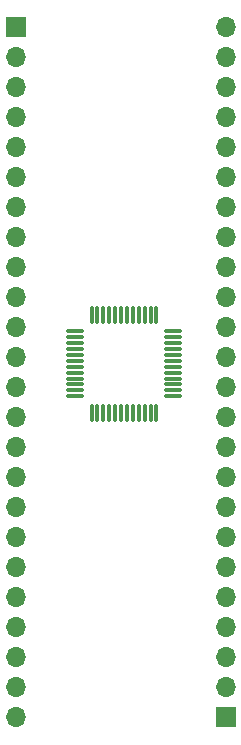
<source format=gbr>
%TF.GenerationSoftware,KiCad,Pcbnew,8.0.7*%
%TF.CreationDate,2025-02-16T23:10:18-06:00*%
%TF.ProjectId,MCU,4d43552e-6b69-4636-9164-5f7063625858,rev?*%
%TF.SameCoordinates,Original*%
%TF.FileFunction,Soldermask,Top*%
%TF.FilePolarity,Negative*%
%FSLAX46Y46*%
G04 Gerber Fmt 4.6, Leading zero omitted, Abs format (unit mm)*
G04 Created by KiCad (PCBNEW 8.0.7) date 2025-02-16 23:10:18*
%MOMM*%
%LPD*%
G01*
G04 APERTURE LIST*
G04 Aperture macros list*
%AMRoundRect*
0 Rectangle with rounded corners*
0 $1 Rounding radius*
0 $2 $3 $4 $5 $6 $7 $8 $9 X,Y pos of 4 corners*
0 Add a 4 corners polygon primitive as box body*
4,1,4,$2,$3,$4,$5,$6,$7,$8,$9,$2,$3,0*
0 Add four circle primitives for the rounded corners*
1,1,$1+$1,$2,$3*
1,1,$1+$1,$4,$5*
1,1,$1+$1,$6,$7*
1,1,$1+$1,$8,$9*
0 Add four rect primitives between the rounded corners*
20,1,$1+$1,$2,$3,$4,$5,0*
20,1,$1+$1,$4,$5,$6,$7,0*
20,1,$1+$1,$6,$7,$8,$9,0*
20,1,$1+$1,$8,$9,$2,$3,0*%
G04 Aperture macros list end*
%ADD10R,1.700000X1.700000*%
%ADD11O,1.700000X1.700000*%
%ADD12RoundRect,0.075000X-0.662500X-0.075000X0.662500X-0.075000X0.662500X0.075000X-0.662500X0.075000X0*%
%ADD13RoundRect,0.075000X-0.075000X-0.662500X0.075000X-0.662500X0.075000X0.662500X-0.075000X0.662500X0*%
G04 APERTURE END LIST*
D10*
%TO.C,J2*%
X147780000Y-108420000D03*
D11*
X147780000Y-105880000D03*
X147780000Y-103340000D03*
X147780000Y-100800000D03*
X147780000Y-98260000D03*
X147780000Y-95720000D03*
X147780000Y-93180000D03*
X147780000Y-90640000D03*
X147780000Y-88100000D03*
X147780000Y-85560000D03*
X147780000Y-83020000D03*
X147780000Y-80480000D03*
X147780000Y-77940000D03*
X147780000Y-75400000D03*
X147780000Y-72860000D03*
X147780000Y-70320000D03*
X147780000Y-67780000D03*
X147780000Y-65240000D03*
X147780000Y-62700000D03*
X147780000Y-60160000D03*
X147780000Y-57620000D03*
X147780000Y-55080000D03*
X147780000Y-52540000D03*
X147780000Y-50000000D03*
%TD*%
D12*
%TO.C,U1*%
X135000000Y-75750000D03*
X135000000Y-76250000D03*
X135000000Y-76750000D03*
X135000000Y-77250000D03*
X135000000Y-77750000D03*
X135000000Y-78250000D03*
X135000000Y-78750000D03*
X135000000Y-79250000D03*
X135000000Y-79750000D03*
X135000000Y-80250000D03*
X135000000Y-80750000D03*
X135000000Y-81250000D03*
D13*
X136412500Y-82662500D03*
X136912500Y-82662500D03*
X137412500Y-82662500D03*
X137912500Y-82662500D03*
X138412500Y-82662500D03*
X138912500Y-82662500D03*
X139412500Y-82662500D03*
X139912500Y-82662500D03*
X140412500Y-82662500D03*
X140912500Y-82662500D03*
X141412500Y-82662500D03*
X141912500Y-82662500D03*
D12*
X143325000Y-81250000D03*
X143325000Y-80750000D03*
X143325000Y-80250000D03*
X143325000Y-79750000D03*
X143325000Y-79250000D03*
X143325000Y-78750000D03*
X143325000Y-78250000D03*
X143325000Y-77750000D03*
X143325000Y-77250000D03*
X143325000Y-76750000D03*
X143325000Y-76250000D03*
X143325000Y-75750000D03*
D13*
X141912500Y-74337500D03*
X141412500Y-74337500D03*
X140912500Y-74337500D03*
X140412500Y-74337500D03*
X139912500Y-74337500D03*
X139412500Y-74337500D03*
X138912500Y-74337500D03*
X138412500Y-74337500D03*
X137912500Y-74337500D03*
X137412500Y-74337500D03*
X136912500Y-74337500D03*
X136412500Y-74337500D03*
%TD*%
D10*
%TO.C,J1*%
X130000000Y-50000000D03*
D11*
X130000000Y-52540000D03*
X130000000Y-55080000D03*
X130000000Y-57620000D03*
X130000000Y-60160000D03*
X130000000Y-62700000D03*
X130000000Y-65240000D03*
X130000000Y-67780000D03*
X130000000Y-70320000D03*
X130000000Y-72860000D03*
X130000000Y-75400000D03*
X130000000Y-77940000D03*
X130000000Y-80480000D03*
X130000000Y-83020000D03*
X130000000Y-85560000D03*
X130000000Y-88100000D03*
X130000000Y-90640000D03*
X130000000Y-93180000D03*
X130000000Y-95720000D03*
X130000000Y-98260000D03*
X130000000Y-100800000D03*
X130000000Y-103340000D03*
X130000000Y-105880000D03*
X130000000Y-108420000D03*
%TD*%
M02*

</source>
